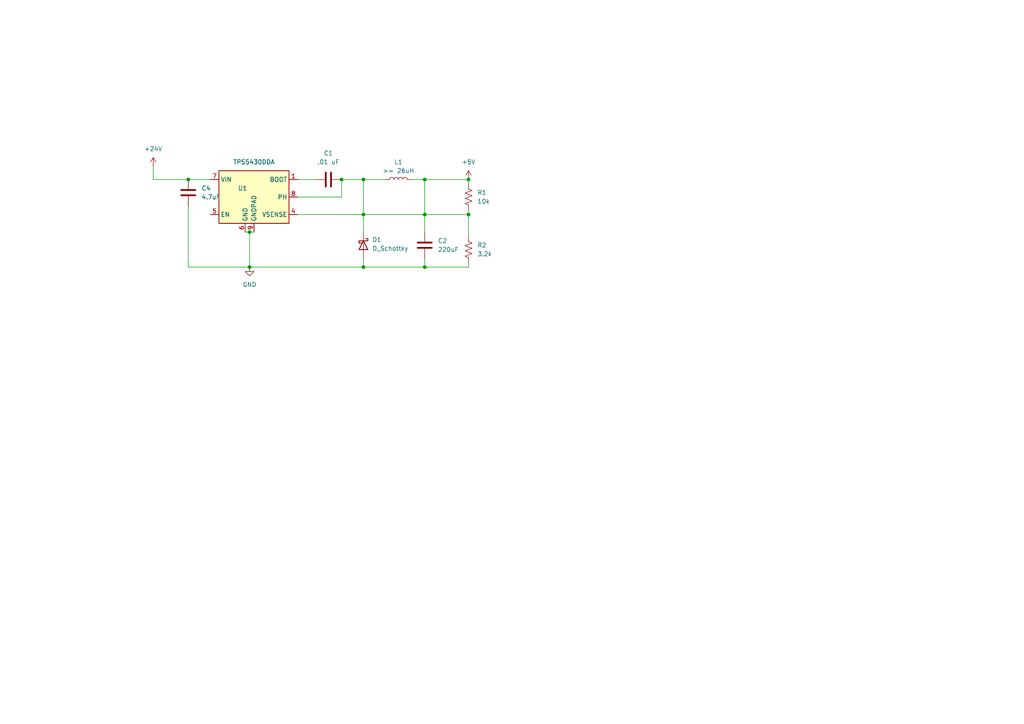
<source format=kicad_sch>
(kicad_sch (version 20231120) (generator "eeschema") (generator_version "8.0")
  (paper "A4")
  (lib_symbols
    (symbol "Device:C" (pin_numbers hide) (pin_names (offset 0.254))
      (property "Reference" "C" (at 0.635 2.54 0))
      (property "Value" "C" (at 0.635 -2.54 0))
      (symbol "C_0_1"
        (polyline (pts (xy -2.032 -0.762) (xy 2.032 -0.762)) (stroke (width 0.508)))
        (polyline (pts (xy -2.032 0.762) (xy 2.032 0.762)) (stroke (width 0.508)))
      )
      (symbol "C_1_1"
        (pin passive line (at 0 3.81 270) (length 2.794) (name "~") (number "1"))
        (pin passive line (at 0 -3.81 90) (length 2.794) (name "~") (number "2"))
      )
    )
    (symbol "Device:D_Schottky" (pin_numbers hide) (pin_names (offset 1.016) hide)
      (property "Reference" "D" (at 0 2.54 0))
      (property "Value" "D_Schottky" (at 0 -2.54 0))
      (symbol "D_Schottky_0_1"
        (polyline (pts (xy 1.27 0) (xy -1.27 0)))
        (polyline (pts (xy 1.27 1.27) (xy 1.27 -1.27) (xy -1.27 0) (xy 1.27 1.27)) (stroke (width 0.254)))
        (polyline (pts (xy -1.905 0.635) (xy -1.905 1.27) (xy -1.27 1.27) (xy -1.27 -1.27) (xy -0.635 -1.27) (xy -0.635 -0.635)) (stroke (width 0.254)))
      )
      (symbol "D_Schottky_1_1"
        (pin passive line (at -3.81 0 0) (length 2.54) (name "K") (number "1"))
        (pin passive line (at 3.81 0 180) (length 2.54) (name "A") (number "2"))
      )
    )
    (symbol "Device:L" (pin_numbers hide) (pin_names (offset 1.016) hide)
      (property "Reference" "L" (at -1.27 0 90))
      (property "Value" "L" (at 1.905 0 90))
      (symbol "L_0_1"
        (arc (start 0 -2.54) (mid 0.6323 -1.905) (end 0 -1.27))
        (arc (start 0 -1.27) (mid 0.6323 -0.635) (end 0 0))
        (arc (start 0 0) (mid 0.6323 0.635) (end 0 1.27))
        (arc (start 0 1.27) (mid 0.6323 1.905) (end 0 2.54))
      )
      (symbol "L_1_1"
        (pin passive line (at 0 3.81 270) (length 1.27) (name "1") (number "1"))
        (pin passive line (at 0 -3.81 90) (length 1.27) (name "2") (number "2"))
      )
    )
    (symbol "Device:R_US" (pin_numbers hide) (pin_names (offset 0))
      (property "Reference" "R" (at 2.54 0 90))
      (property "Value" "R_US" (at -2.54 0 90))
      (symbol "R_US_0_1"
        (polyline (pts (xy 0 -2.286) (xy 0 -2.54)))
        (polyline (pts (xy 0 2.286) (xy 0 2.54)))
        (polyline (pts (xy 0 -0.762) (xy 1.016 -1.143) (xy 0 -1.524) (xy -1.016 -1.905) (xy 0 -2.286)))
        (polyline (pts (xy 0 0.762) (xy 1.016 0.381) (xy 0 0) (xy -1.016 -0.381) (xy 0 -0.762)))
        (polyline (pts (xy 0 2.286) (xy 1.016 1.905) (xy 0 1.524) (xy -1.016 1.143) (xy 0 0.762)))
      )
      (symbol "R_US_1_1"
        (pin passive line (at 0 3.81 270) (length 1.27) (name "~") (number "1"))
        (pin passive line (at 0 -3.81 90) (length 1.27) (name "~") (number "2"))
      )
    )
    (symbol "Regulator_Switching:TPS5430DDA"
      (property "Reference" "U" (at -10.16 8.89 0))
      (property "Value" "TPS5430DDA" (at -1.27 8.89 0))
      (symbol "TPS5430DDA_0_1"
        (rectangle (start -10.16 7.62) (end 10.16 -7.62) (stroke (width 0.254)) (fill (type background)))
      )
      (symbol "TPS5430DDA_1_1"
        (pin input line (at 12.7 5.08 180) (length 2.54) (name "BOOT") (number "1"))
        (pin no_connect line (at -10.16 2.54 0) (length 2.54) hide (name "NC") (number "2"))
        (pin no_connect line (at -10.16 -2.54 0) (length 2.54) hide (name "NC") (number "3"))
        (pin input line (at 12.7 -5.08 180) (length 2.54) (name "VSENSE") (number "4"))
        (pin input line (at -12.7 -5.08 0) (length 2.54) (name "EN") (number "5"))
        (pin power_in line (at -2.54 -10.16 90) (length 2.54) (name "GND") (number "6"))
        (pin power_in line (at -12.7 5.08 0) (length 2.54) (name "VIN") (number "7"))
        (pin output line (at 12.7 0 180) (length 2.54) (name "PH") (number "8"))
        (pin power_in line (at 0 -10.16 90) (length 2.54) (name "GNDPAD") (number "9"))
      )
    )
    (symbol "power:+24V" (power) (pin_numbers hide) (pin_names (offset 0) hide)
      (property "Value" "+24V" (at 0 3.556 0))
      (symbol "+24V_0_1"
        (polyline (pts (xy -0.762 1.27) (xy 0 2.54)))
        (polyline (pts (xy 0 0) (xy 0 2.54)))
        (polyline (pts (xy 0 2.54) (xy 0.762 1.27)))
      )
      (symbol "+24V_1_1"
        (pin power_in line (at 0 0 90) (length 0) (name "~") (number "1"))
      )
    )
    (symbol "power:+5VA" (power) (pin_numbers hide) (pin_names (offset 0) hide)
      (property "Value" "+5VA" (at 0 3.556 0))
      (symbol "+5VA_0_1"
        (polyline (pts (xy -0.762 1.27) (xy 0 2.54)))
        (polyline (pts (xy 0 0) (xy 0 2.54)))
        (polyline (pts (xy 0 2.54) (xy 0.762 1.27)))
      )
      (symbol "+5VA_1_1"
        (pin power_in line (at 0 0 90) (length 0) (name "~") (number "1"))
      )
    )
    (symbol "power:GND" (power) (pin_numbers hide) (pin_names (offset 0) hide)
      (property "Value" "GND" (at 0 -3.81 0))
      (symbol "GND_0_1"
        (polyline (pts (xy 0 0) (xy 0 -1.27) (xy 1.27 -1.27) (xy 0 -2.54) (xy -1.27 -1.27) (xy 0 -1.27)))
      )
      (symbol "GND_1_1"
        (pin power_in line (at 0 0 270) (length 0) (name "~") (number "1"))
      )
    )
  )
  (junction (at 105.41 62.23))
  (junction (at 123.19 62.23))
  (junction (at 72.39 67.31))
  (junction (at 135.89 62.23))
  (junction (at 105.41 77.47))
  (junction (at 135.89 52.07))
  (junction (at 123.19 52.07))
  (junction (at 72.39 77.47))
  (junction (at 99.06 52.07))
  (junction (at 123.19 77.47))
  (junction (at 54.61 52.07))
  (junction (at 105.41 52.07))
  (wire (pts (xy 44.45 48.26) (xy 44.45 52.07)))
  (wire (pts (xy 123.19 52.07) (xy 135.89 52.07)))
  (wire (pts (xy 54.61 52.07) (xy 44.45 52.07)))
  (wire (pts (xy 123.19 62.23) (xy 123.19 67.31)))
  (wire (pts (xy 119.38 52.07) (xy 123.19 52.07)))
  (wire (pts (xy 105.41 77.47) (xy 123.19 77.47)))
  (wire (pts (xy 105.41 74.93) (xy 105.41 77.47)))
  (wire (pts (xy 72.39 67.31) (xy 72.39 77.47)))
  (wire (pts (xy 135.89 52.07) (xy 135.89 53.34)))
  (wire (pts (xy 105.41 52.07) (xy 111.76 52.07)))
  (wire (pts (xy 123.19 62.23) (xy 135.89 62.23)))
  (wire (pts (xy 105.41 62.23) (xy 105.41 67.31)))
  (wire (pts (xy 86.36 62.23) (xy 105.41 62.23)))
  (wire (pts (xy 91.44 52.07) (xy 86.36 52.07)))
  (wire (pts (xy 72.39 77.47) (xy 72.39 78.74)))
  (wire (pts (xy 123.19 52.07) (xy 123.19 62.23)))
  (wire (pts (xy 135.89 76.2) (xy 135.89 77.47)))
  (wire (pts (xy 123.19 74.93) (xy 123.19 77.47)))
  (wire (pts (xy 105.41 52.07) (xy 105.41 62.23)))
  (wire (pts (xy 135.89 62.23) (xy 135.89 68.58)))
  (wire (pts (xy 72.39 77.47) (xy 105.41 77.47)))
  (wire (pts (xy 54.61 77.47) (xy 72.39 77.47)))
  (wire (pts (xy 123.19 77.47) (xy 135.89 77.47)))
  (wire (pts (xy 105.41 62.23) (xy 123.19 62.23)))
  (wire (pts (xy 86.36 57.15) (xy 99.06 57.15)))
  (wire (pts (xy 72.39 67.31) (xy 73.66 67.31)))
  (wire (pts (xy 71.12 67.31) (xy 72.39 67.31)))
  (wire (pts (xy 135.89 60.96) (xy 135.89 62.23)))
  (wire (pts (xy 54.61 52.07) (xy 60.96 52.07)))
  (wire (pts (xy 99.06 52.07) (xy 105.41 52.07)))
  (wire (pts (xy 99.06 52.07) (xy 99.06 57.15)))
  (wire (pts (xy 54.61 59.69) (xy 54.61 77.47)))
  (symbol (lib_id "power:+24V") (at 44.45 48.26 0) (unit 1)
    (property "Reference" "#PWR02" (effects (hide yes)))
    (property "Value" "+24V" (at 44.45 43.18 0))
    (property "Description" "Power symbol creates a global label with name \"+24V\"" (effects (hide yes)))
  )
  (symbol (lib_id "Device:C") (at 54.61 55.88 0) (unit 1)
    (property "Reference" "C4" (at 58.42 54.6099 0) (effects (justify left)))
    (property "Value" "4.7uF" (at 58.42 57.1499 0) (effects (justify left)))
    (property "Description" "Unpolarized capacitor" (effects (hide yes)))
  )
  (symbol (lib_id "Device:L") (at 115.57 52.07 90) (unit 1)
    (property "Reference" "L1" (at 115.57 46.99 90))
    (property "Value" ">= 26uH" (at 115.57 49.53 90))
    (property "Description" "Inductor" (effects (hide yes)))
  )
  (symbol (lib_id "Device:R_US") (at 135.89 57.15 0) (unit 1)
    (property "Reference" "R1" (at 138.43 55.8799 0) (effects (justify left)))
    (property "Value" "10k" (at 138.43 58.4199 0) (effects (justify left)))
    (property "Description" "Resistor, US symbol" (effects (hide yes)))
  )
  (symbol (lib_id "Device:C") (at 123.19 71.12 0) (unit 1)
    (property "Reference" "C2" (at 127 69.8499 0) (effects (justify left)))
    (property "Value" "220uF" (at 127 72.3899 0) (effects (justify left)))
    (property "Description" "Unpolarized capacitor" (effects (hide yes)))
  )
  (symbol (lib_id "Device:C") (at 95.25 52.07 270) (unit 1)
    (property "Reference" "C1" (at 95.25 44.45 90))
    (property "Value" ".01 uF" (at 95.25 46.99 90))
    (property "Description" "Unpolarized capacitor" (effects (hide yes)))
  )
  (symbol (lib_id "Device:D_Schottky") (at 105.41 71.12 270) (unit 1)
    (property "Reference" "D1" (at 107.95 69.5324 90) (effects (justify left)))
    (property "Value" "D_Schottky" (at 107.95 72.0724 90) (effects (justify left)))
    (property "Description" "Schottky diode" (effects (hide yes)))
  )
  (symbol (lib_id "power:GND") (at 72.39 77.47 0) (unit 1)
    (property "Reference" "#PWR01" (effects (hide yes)))
    (property "Value" "GND" (at 72.39 82.55 0))
    (property "Description" "Power symbol creates a global label with name \"GND\" , ground" (effects (hide yes)))
  )
  (symbol (lib_id "Device:R_US") (at 135.89 72.39 0) (unit 1)
    (property "Reference" "R2" (at 138.43 71.1199 0) (effects (justify left)))
    (property "Value" "3.2k" (at 138.43 73.6599 0) (effects (justify left)))
    (property "Description" "Resistor, US symbol" (effects (hide yes)))
  )
  (symbol (lib_id "power:+5VA") (at 135.89 52.07 0) (unit 1)
    (property "Reference" "#PWR04" (effects (hide yes)))
    (property "Value" "+5V" (at 135.89 46.99 0))
    (property "Description" "Power symbol creates a global label with name \"+5VA\"" (effects (hide yes)))
  )
  (symbol (lib_id "Regulator_Switching:TPS5430DDA") (at 73.66 57.15 0) (unit 1)
    (property "Reference" "U1" (at 70.358 54.61 0))
    (property "Value" "TPS5430DDA" (at 73.66 46.99 0))
    (property "Footprint" "Package_SO:TI_SO-PowerPAD-8_ThermalVias" (effects (hide yes)))
    (property "Datasheet" "http://www.ti.com/lit/ds/symlink/tps5430.pdf" (effects (hide yes)))
    (property "Description" "3A, Step Down Swift Converter, Adjustable Output Voltage, 5.5-36V Input Voltage, PowerSO-8" (effects (hide yes)))
  )
)
</source>
